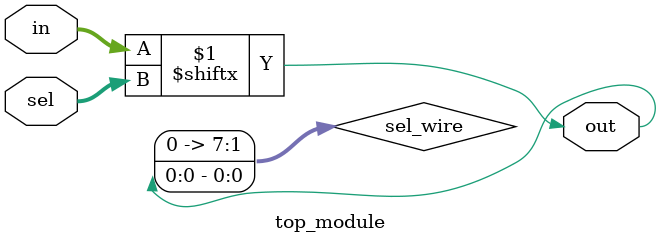
<source format=sv>
module top_module (
	input [255:0] in,
	input [7:0] sel,
	output  out
);
	
	// Wire to select the output bit from the input vector
	wire [7:0] sel_wire;
	assign sel_wire = in[sel];
	
	// Output bit
	assign out = sel_wire[0];
	
endmodule

</source>
